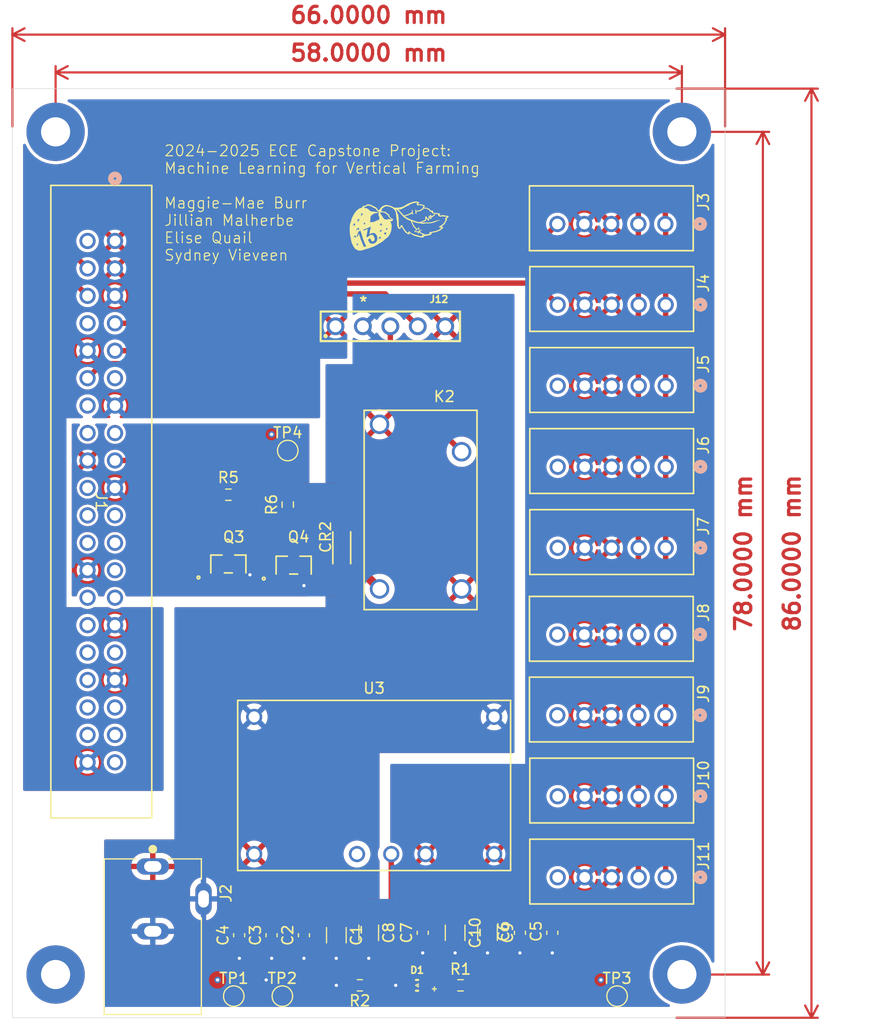
<source format=kicad_pcb>
(kicad_pcb (version 20240108) (generator "pcbnew") (generator_version "8.0")
  (layers (0 "F.Cu" signal) (31 "B.Cu" signal) (34 "B.Paste" user) (35 "F.Paste" user) (36 "B.SilkS" user "B.Silkscreen") (37 "F.SilkS" user "F.Silkscreen") (38 "B.Mask" user) (39 "F.Mask" user) (44 "Edge.Cuts" user))
  (net 0 "")
  (net 1 "GND")
  (net 2 "+12V")
  (net 3 "+5V")
  (net 27 "GPIO14")
  (net 28 "GPIO15")
  (net 34 "Net-(D1-Pad2)")
  (net 35 "SCL")
  (net 36 "GPIO17")
  (net 37 "SDA")
  (net 38 "Net-(U3-VOADJUST)")
  (net 39 "valve_input")
  (net 41 "GPIO24")
  (net 42 "Net-(Q4-D)")
  (net 43 "Net-(Q3-D)")
  (net 44 "+3.3V")
  (net 45 "GPIO12")
  (footprint "Capacitor_SMD:C_1206_3216Metric" (layer "F.Cu") (at 160 131.6375 -90)
    (property "Reference" "C9" (at 0 -1.85 -90) (layer "F.SilkS"))
    (property "Value" "100u")
    (pad "1" smd roundrect (at -1.475 0 270) (size 1.15 1.8) (layers "F.Cu" "F.Paste" "F.Mask") (roundrect_rratio 0.217391) (net 3 "+5V"))
    (pad "2" smd roundrect (at 1.475 0 270) (size 1.15 1.8) (layers "F.Cu" "F.Paste" "F.Mask") (roundrect_rratio 0.217391) (net 1 "GND"))
  )
  (footprint "lysimeter_footprints:SOT23_PAN-L" (layer "F.Cu") (at 142.0475 97.6056)
    (property "Reference" "Q4" (at 0.4525 -2.6056 0) (layer "F.SilkS"))
    (property "Value" "2N7002E")
    (pad "1" smd rect (at -0.9525 0.8944) (size 0.508 1.016) (layers "F.Cu" "F.Paste" "F.Mask") (net 43 "Net-(Q3-D)"))
    (pad "2" smd rect (at 0.9525 0.8944) (size 0.508 1.016) (layers "F.Cu" "F.Paste" "F.Mask") (net 1 "GND"))
    (pad "3" smd rect (at 0 -0.79645) (size 0.508 1.016) (layers "F.Cu" "F.Paste" "F.Mask") (net 42 "Net-(Q4-D)"))
  )
  (footprint "Capacitor_SMD:C_0603_1608Metric_Pad1.08x0.95mm_HandSolder" (layer "F.Cu") (at 163 131.6375 -90)
    (property "Reference" "C6" (at -0.1375 1.5 90) (layer "F.SilkS"))
    (property "Value" "22u")
    (pad "1" smd roundrect (at -0.8625 0 270) (size 1.075 0.95) (layers "F.Cu" "F.Paste" "F.Mask") (net 3 "+5V"))
    (pad "2" smd roundrect (at 0.8625 0 270) (size 1.075 0.95) (layers "F.Cu" "F.Paste" "F.Mask") (net 1 "GND"))
  )
  (footprint "Capacitor_SMD:C_0603_1608Metric_Pad1.08x0.95mm_HandSolder" (layer "F.Cu") (at 154 131.6375 -90)
    (property "Reference" "C7" (at 0 1.5 90) (layer "F.SilkS"))
    (property "Value" "4.7u")
    (pad "1" smd roundrect (at -0.8625 0 270) (size 1.075 0.95) (layers "F.Cu" "F.Paste" "F.Mask") (net 3 "+5V"))
    (pad "2" smd roundrect (at 0.8625 0 270) (size 1.075 0.95) (layers "F.Cu" "F.Paste" "F.Mask") (net 1 "GND"))
  )
  (footprint "TestPoint:TestPoint_Pad_D1.5mm" (layer "F.Cu") (at 141.5 87)
    (property "Reference" "TP4" (at 0 -1.648 0) (layer "F.SilkS"))
    (property "Value" "TestPoint")
    (pad "1" smd circle (at 0 0) (size 1.5 1.5) (layers "F.Cu" "F.Mask") (net 44 "+3.3V"))
  )
  (footprint "lysimeter_footprints:EUW7-buck" (layer "F.Cu") (at 149.5 118 90)
    (property "Reference" "U3" (at 9 0 0) (layer "F.SilkS"))
    (property "Value" "PTN78060WAH")
    (pad "1" thru_hole circle (at 6.35 -11.1125 90) (size 1.5 1.5) (drill 1.02) (layers "*.Cu" "*.Mask") (net 1 "GND"))
    (pad "2" thru_hole circle (at -6.35 -11.1125 90) (size 1.5 1.5) (drill 1.02) (layers "*.Cu" "*.Mask") (net 2 "+12V"))
    (pad "3" thru_hole circle (at -6.35 -1.5875 90) (size 1.5 1.5) (drill 1.02) (layers "*.Cu" "*.Mask"))
    (pad "4" thru_hole circle (at -6.35 1.5875 90) (size 1.5 1.5) (drill 1.02) (layers "*.Cu" "*.Mask") (net 38 "Net-(U3-VOADJUST)"))
    (pad "5" thru_hole circle (at -6.35 4.7625 90) (size 1.5 1.5) (drill 1.02) (layers "*.Cu" "*.Mask") (net 3 "+5V"))
    (pad "6" thru_hole circle (at -6.35 11.1125 90) (size 1.5 1.5) (drill 1.02) (layers "*.Cu" "*.Mask") (net 3 "+5V"))
    (pad "7" thru_hole circle (at 6.35 11.1125 90) (size 1.5 1.5) (drill 1.02) (layers "*.Cu" "*.Mask") (net 1 "GND"))
  )
  (footprint "Capacitor_SMD:C_0603_1608Metric_Pad1.08x0.95mm_HandSolder" (layer "F.Cu") (at 166 131.6375 -90)
    (property "Reference" "C5" (at -0.1375 1.5 90) (layer "F.SilkS"))
    (property "Value" "10u")
    (pad "1" smd roundrect (at -0.8625 0 270) (size 1.075 0.95) (layers "F.Cu" "F.Paste" "F.Mask") (net 3 "+5V"))
    (pad "2" smd roundrect (at 0.8625 0 270) (size 1.075 0.95) (layers "F.Cu" "F.Paste" "F.Mask") (net 1 "GND"))
  )
  (footprint "lysimeter_footprints:CUI_PJ-102BH" (layer "F.Cu") (at 129 132 -90)
    (property "Reference" "J2" (at -4.022395 -6.777435 -90) (layer "F.SilkS") (effects (font (size 1.001835 1.001835))))
    (property "Value" "PJ-102BH")
    (pad "1" thru_hole oval (at -6.5 0 270) (size 1.508 3.016) (drill oval 1 1.6) (layers "*.Cu" "*.Mask") (net 2 "+12V"))
    (pad "2" thru_hole oval (at -0.5 0 270) (size 1.508 3.016) (drill oval 1 1.6) (layers "*.Cu" "*.Mask") (net 1 "GND"))
    (pad "3" thru_hole oval (at -3.5 -4.7 270) (size 3.016 1.508) (drill oval 1.6 1) (layers "*.Cu" "*.Mask") (net 1 "GND"))
  )
  (footprint "Capacitor_SMD:C_0603_1608Metric_Pad1.08x0.95mm_HandSolder" (layer "F.Cu") (at 143 131.8625 -90)
    (property "Reference" "C2" (at 0 1.5 90) (layer "F.SilkS"))
    (property "Value" "10u")
    (pad "1" smd roundrect (at -0.8625 0 270) (size 1.075 0.95) (layers "F.Cu" "F.Paste" "F.Mask") (net 2 "+12V"))
    (pad "2" smd roundrect (at 0.8625 0 270) (size 1.075 0.95) (layers "F.Cu" "F.Paste" "F.Mask") (net 1 "GND"))
  )
  (footprint "lysimeter_footprints:CONN_B5B-XH-A_JST" (layer "F.Cu") (at 176.4666 66.029801)
    (property "Reference" "J3" (at 3.5334 -2.029801 90) (layer "F.SilkS"))
    (property "Value" "B5B-PH-K-S")
    (pad "1" thru_hole circle (at 0 0) (size 1.4986 1.4986) (drill 0.9906) (layers "*.Cu" "*.Mask") (net 35 "SCL"))
    (pad "2" thru_hole circle (at -2.5 0) (size 1.4986 1.4986) (drill 0.9906) (layers "*.Cu" "*.Mask") (net 37 "SDA"))
    (pad "3" thru_hole circle (at -5 0) (size 1.4986 1.4986) (drill 0.9906) (layers "*.Cu" "*.Mask") (net 3 "+5V"))
    (pad "4" thru_hole circle (at -7.5 0) (size 1.4986 1.4986) (drill 0.9906) (layers "*.Cu" "*.Mask") (net 1 "GND"))
    (pad "5" thru_hole circle (at -10 0) (size 1.4986 1.4986) (drill 0.9906) (layers "*.Cu" "*.Mask") (net 27 "GPIO14"))
  )
  (footprint "lysimeter_footprints:CONN40_SBH11-PBPC-D20-ST-BK_SUL" (layer "F.Cu") (at 125.5 67.6 -90)
    (property "Reference" "J1" (at 24.13 1.27 -90) (layer "F.SilkS"))
    (property "Value" "SBH11-PBPC-D20-ST-BK")
    (pad "1" thru_hole circle (at 0 0 270) (size 1.4986 1.4986) (drill 0.9906) (layers "*.Cu" "*.Mask") (net 3 "+5V"))
    (pad "2" thru_hole circle (at 0 2.54 270) (size 1.4986 1.4986) (drill 0.9906) (layers "*.Cu" "*.Mask"))
    (pad "3" thru_hole circle (at 2.54 0 270) (size 1.4986 1.4986) (drill 0.9906) (layers "*.Cu" "*.Mask") (net 3 "+5V"))
    (pad "4" thru_hole circle (at 2.54 2.54 270) (size 1.4986 1.4986) (drill 0.9906) (layers "*.Cu" "*.Mask") (net 37 "SDA"))
    (pad "5" thru_hole circle (at 5.08 0 270) (size 1.4986 1.4986) (drill 0.9906) (layers "*.Cu" "*.Mask") (net 1 "GND"))
    (pad "6" thru_hole circle (at 5.08 2.54 270) (size 1.4986 1.4986) (drill 0.9906) (layers "*.Cu" "*.Mask") (net 35 "SCL"))
    (pad "7" thru_hole circle (at 7.62 0 270) (size 1.4986 1.4986) (drill 0.9906) (layers "*.Cu" "*.Mask") (net 27 "GPIO14"))
    (pad "8" thru_hole circle (at 7.62 2.54 270) (size 1.4986 1.4986) (drill 0.9906) (layers "*.Cu" "*.Mask"))
    (pad "9" thru_hole circle (at 10.16 0 270) (size 1.4986 1.4986) (drill 0.9906) (layers "*.Cu" "*.Mask") (net 28 "GPIO15"))
    (pad "10" thru_hole circle (at 10.16 2.54 270) (size 1.4986 1.4986) (drill 0.9906) (layers "*.Cu" "*.Mask") (net 1 "GND"))
    (pad "11" thru_hole circle (at 12.7 0 270) (size 1.4986 1.4986) (drill 0.9906) (layers "*.Cu" "*.Mask"))
    (pad "12" thru_hole circle (at 12.7 2.54 270) (size 1.4986 1.4986) (drill 0.9906) (layers "*.Cu" "*.Mask") (net 36 "GPIO17"))
    (pad "13" thru_hole circle (at 15.24 0 270) (size 1.4986 1.4986) (drill 0.9906) (layers "*.Cu" "*.Mask") (net 1 "GND"))
    (pad "14" thru_hole circle (at 15.24 2.54 270) (size 1.4986 1.4986) (drill 0.9906) (layers "*.Cu" "*.Mask"))
    (pad "15" thru_hole circle (at 17.78 0 270) (size 1.4986 1.4986) (drill 0.9906) (layers "*.Cu" "*.Mask"))
    (pad "16" thru_hole circle (at 17.78 2.54 270) (size 1.4986 1.4986) (drill 0.9906) (layers "*.Cu" "*.Mask"))
    (pad "17" thru_hole circle (at 20.32 0 270) (size 1.4986 1.4986) (drill 0.9906) (layers "*.Cu" "*.Mask") (net 41 "GPIO24"))
    (pad "18" thru_hole circle (at 20.32 2.54 270) (size 1.4986 1.4986) (drill 0.9906) (layers "*.Cu" "*.Mask") (net 44 "+3.3V"))
    (pad "19" thru_hole circle (at 22.86 0 270) (size 1.4986 1.4986) (drill 0.9906) (layers "*.Cu" "*.Mask") (net 1 "GND"))
    (pad "20" thru_hole circle (at 22.86 2.54 270) (size 1.4986 1.4986) (drill 0.9906) (layers "*.Cu" "*.Mask"))
    (pad "21" thru_hole circle (at 25.4 0 270) (size 1.4986 1.4986) (drill 0.9906) (layers "*.Cu" "*.Mask"))
    (pad "22" thru_hole circle (at 25.4 2.54 270) (size 1.4986 1.4986) (drill 0.9906) (layers "*.Cu" "*.Mask"))
    (pad "23" thru_hole circle (at 27.94 0 270) (size 1.4986 1.4986) (drill 0.9906) (layers "*.Cu" "*.Mask"))
    (pad "24" thru_hole circle (at 27.94 2.54 270) (size 1.4986 1.4986) (drill 0.9906) (layers "*.Cu" "*.Mask"))
    (pad "25" thru_hole circle (at 30.48 0 270) (size 1.4986 1.4986) (drill 0.9906) (layers "*.Cu" "*.Mask"))
    (pad "26" thru_hole circle (at 30.48 2.54 270) (size 1.4986 1.4986) (drill 0.9906) (layers "*.Cu" "*.Mask") (net 1 "GND"))
    (pad "27" thru_hole circle (at 33.02 0 270) (size 1.4986 1.4986) (drill 0.9906) (layers "*.Cu" "*.Mask"))
    (pad "28" thru_hole circle (at 33.02 2.54 270) (size 1.4986 1.4986) (drill 0.9906) (layers "*.Cu" "*.Mask"))
    (pad "29" thru_hole circle (at 35.56 0 270) (size 1.4986 1.4986) (drill 0.9906) (layers "*.Cu" "*.Mask") (net 1 "GND"))
    (pad "30" thru_hole circle (at 35.56 2.54 270) (size 1.4986 1.4986) (drill 0.9906) (layers "*.Cu" "*.Mask"))
    (pad "31" thru_hole circle (at 38.1 0 270) (size 1.4986 1.4986) (drill 0.9906) (layers "*.Cu" "*.Mask"))
    (pad "32" thru_hole circle (at 38.1 2.54 270) (size 1.4986 1.4986) (drill 0.9906) (layers "*.Cu" "*.Mask"))
    (pad "33" thru_hole circle (at 40.64 0 270) (size 1.4986 1.4986) (drill 0.9906) (layers "*.Cu" "*.Mask") (net 1 "GND"))
    (pad "34" thru_hole circle (at 40.64 2.54 270) (size 1.4986 1.4986) (drill 0.9906) (layers "*.Cu" "*.Mask"))
    (pad "35" thru_hole circle (at 43.18 0 270) (size 1.4986 1.4986) (drill 0.9906) (layers "*.Cu" "*.Mask"))
    (pad "36" thru_hole circle (at 43.18 2.54 270) (size 1.4986 1.4986) (drill 0.9906) (layers "*.Cu" "*.Mask"))
    (pad "37" thru_hole circle (at 45.72 0 270) (size 1.4986 1.4986) (drill 0.9906) (layers "*.Cu" "*.Mask"))
    (pad "38" thru_hole circle (at 45.72 2.54 270) (size 1.4986 1.4986) (drill 0.9906) (layers "*.Cu" "*.Mask"))
    (pad "39" thru_hole circle (at 48.26 0 270) (size 1.4986 1.4986) (drill 0.9906) (layers "*.Cu" "*.Mask"))
    (pad "40" thru_hole circle (at 48.26 2.54 270) (size 1.4986 1.4986) (drill 0.9906) (layers "*.Cu" "*.Mask") (net 1 "GND"))
  )
  (footprint "MountingHole:MountingHole_2.7mm_Pad" (layer "F.Cu") (at 178 135.5)
    (property "Reference" "H4" (hide yes))
    (property "Value" "MountingHole")
    (pad "1" thru_hole circle (at 0 0) (size 5.4 5.4) (drill 2.7) (layers "*.Cu" "*.Mask"))
  )
  (footprint "lysimeter_footprints:CONN_B5B-XH-A_JST" (layer "F.Cu") (at 176.5 126.5)
    (property "Reference" "J11" (at 3.5 -2 90) (layer "F.SilkS"))
    (property "Value" "B5B-PH-K-S")
    (pad "1" thru_hole circle (at 0 0) (size 1.4986 1.4986) (drill 0.9906) (layers "*.Cu" "*.Mask") (net 35 "SCL"))
    (pad "2" thru_hole circle (at -2.5 0) (size 1.4986 1.4986) (drill 0.9906) (layers "*.Cu" "*.Mask") (net 37 "SDA"))
    (pad "3" thru_hole circle (at -5 0) (size 1.4986 1.4986) (drill 0.9906) (layers "*.Cu" "*.Mask") (net 3 "+5V"))
    (pad "4" thru_hole circle (at -7.5 0) (size 1.4986 1.4986) (drill 0.9906) (layers "*.Cu" "*.Mask") (net 1 "GND"))
    (pad "5" thru_hole circle (at -10 0) (size 1.4986 1.4986) (drill 0.9906) (layers "*.Cu" "*.Mask"))
  )
  (footprint "lysimeter_footprints:RELAY4_112HM-000_TEC" (layer "F.Cu") (at 157.6 100.430001)
    (property "Reference" "K2" (at -1.6 -18.430001 0) (layer "F.SilkS"))
    (property "Value" "OJE-SH-112HM_000")
    (fp_text user "*" (at -9.1 -27.166668 0) (layer "F.SilkS"))
    (fp_text user "*" (at -9.1 -27.166668 0) (layer "F.SilkS"))
    (pad "1" thru_hole circle (at -7.6 -15.860003) (size 1.8034 1.8034) (drill 1.2954) (layers "*.Cu" "*.Mask") (net 2 "+12V"))
    (pad "2" thru_hole circle (at -7.6 -0.620003) (size 1.8034 1.8034) (drill 1.2954) (layers "*.Cu" "*.Mask") (net 42 "Net-(Q4-D)"))
    (pad "3" thru_hole circle (at 0 -0.620003) (size 1.8034 1.8034) (drill 1.2954) (layers "*.Cu" "*.Mask") (net 2 "+12V"))
    (pad "4" thru_hole circle (at 0 -13.320003) (size 1.8034 1.8034) (drill 1.2954) (layers "*.Cu" "*.Mask") (net 39 "valve_input"))
  )
  (footprint "Capacitor_SMD:C_1206_3216Metric" (layer "F.Cu") (at 149 131.6375 -90)
    (property "Reference" "C8" (at 0 -1.85 -90) (layer "F.SilkS"))
    (property "Value" "100u")
    (pad "1" smd roundrect (at -1.475 0 270) (size 1.15 1.8) (layers "F.Cu" "F.Paste" "F.Mask") (roundrect_rratio 0.217391) (net 2 "+12V"))
    (pad "2" smd roundrect (at 1.475 0 270) (size 1.15 1.8) (layers "F.Cu" "F.Paste" "F.Mask") (roundrect_rratio 0.217391) (net 1 "GND"))
  )
  (footprint "lysimeter_footprints:CONN_B5B-XH-A_JST" (layer "F.Cu") (at 176.4666 111.5)
    (property "Reference" "J9" (at 3.5334 -2 90) (layer "F.SilkS"))
    (property "Value" "B5B-PH-K-S")
    (pad "1" thru_hole circle (at 0 0) (size 1.4986 1.4986) (drill 0.9906) (layers "*.Cu" "*.Mask") (net 35 "SCL"))
    (pad "2" thru_hole circle (at -2.5 0) (size 1.4986 1.4986) (drill 0.9906) (layers "*.Cu" "*.Mask") (net 37 "SDA"))
    (pad "3" thru_hole circle (at -5 0) (size 1.4986 1.4986) (drill 0.9906) (layers "*.Cu" "*.Mask") (net 3 "+5V"))
    (pad "4" thru_hole circle (at -7.5 0) (size 1.4986 1.4986) (drill 0.9906) (layers "*.Cu" "*.Mask") (net 1 "GND"))
    (pad "5" thru_hole circle (at -10 0) (size 1.4986 1.4986) (drill 0.9906) (layers "*.Cu" "*.Mask") (net 45 "GPIO12"))
  )
  (footprint "MountingHole:MountingHole_2.7mm_Pad" (layer "F.Cu") (at 120 57.5)
    (property "Reference" "H1" (hide yes))
    (property "Value" "MountingHole")
    (pad "1" thru_hole circle (at 0 0) (size 5.4 5.4) (drill 2.7) (layers "*.Cu" "*.Mask"))
  )
  (footprint "lysimeter_footprints:CONN_B5B-XH-A_JST" (layer "F.Cu") (at 176.5 96)
    (property "Reference" "J7" (at 3.5 -2 90) (layer "F.SilkS"))
    (property "Value" "B5B-PH-K-S")
    (pad "1" thru_hole circle (at 0 0) (size 1.4986 1.4986) (drill 0.9906) (layers "*.Cu" "*.Mask") (net 35 "SCL"))
    (pad "2" thru_hole circle (at -2.5 0) (size 1.4986 1.4986) (drill 0.9906) (layers "*.Cu" "*.Mask") (net 37 "SDA"))
    (pad "3" thru_hole circle (at -5 0) (size 1.4986 1.4986) (drill 0.9906) (layers "*.Cu" "*.Mask") (net 3 "+5V"))
    (pad "4" thru_hole circle (at -7.5 0) (size 1.4986 1.4986) (drill 0.9906) (layers "*.Cu" "*.Mask") (net 1 "GND"))
    (pad "5" thru_hole circle (at -10 0) (size 1.4986 1.4986) (drill 0.9906) (layers "*.Cu" "*.Mask"))
  )
  (footprint "Capacitor_SMD:C_1206_3216Metric" (layer "F.Cu") (at 146 131.8625 -90)
    (property "Reference" "C1" (at 0 -1.85 -90) (layer "F.SilkS"))
    (property "Value" "100u")
    (pad "1" smd roundrect (at -1.475 0 270) (size 1.15 1.8) (layers "F.Cu" "F.Paste" "F.Mask") (roundrect_rratio 0.217391) (net 2 "+12V"))
    (pad "2" smd roundrect (at 1.475 0 270) (size 1.15 1.8) (layers "F.Cu" "F.Paste" "F.Mask") (roundrect_rratio 0.217391) (net 1 "GND"))
  )
  (footprint "MountingHole:MountingHole_2.7mm_Pad" (layer "F.Cu") (at 120 135.5)
    (property "Reference" "H3" (hide yes))
    (property "Value" "MountingHole")
    (pad "1" thru_hole circle (at 0 0) (size 5.4 5.4) (drill 2.7) (layers "*.Cu" "*.Mask"))
  )
  (footprint "lysimeter_footprints:CONN_B5B-XH-A_JST" (layer "F.Cu") (at 176.5 73.5)
    (property "Reference" "J4" (at 3.5 -2 90) (layer "F.SilkS"))
    (property "Value" "B5B-PH-K-S")
    (pad "1" thru_hole circle (at 0 0) (size 1.4986 1.4986) (drill 0.9906) (layers "*.Cu" "*.Mask") (net 35 "SCL"))
    (pad "2" thru_hole circle (at -2.5 0) (size 1.4986 1.4986) (drill 0.9906) (layers "*.Cu" "*.Mask") (net 37 "SDA"))
    (pad "3" thru_hole circle (at -5 0) (size 1.4986 1.4986) (drill 0.9906) (layers "*.Cu" "*.Mask") (net 3 "+5V"))
    (pad "4" thru_hole circle (at -7.5 0) (size 1.4986 1.4986) (drill 0.9906) (layers "*.Cu" "*.Mask") (net 1 "GND"))
    (pad "5" thru_hole circle (at -10 0) (size 1.4986 1.4986) (drill 0.9906) (layers "*.Cu" "*.Mask") (net 28 "GPIO15"))
  )
  (footprint "MountingHole:MountingHole_2.7mm_Pad" (layer "F.Cu") (at 178 57.5)
    (property "Reference" "H2" (hide yes))
    (property "Value" "MountingHole")
    (pad "1" thru_hole circle (at 0 0) (size 5.4 5.4) (drill 2.7) (layers "*.Cu" "*.Mask"))
  )
  (footprint "Capacitor_SMD:C_1206_3216Metric" (layer "F.Cu") (at 157 131.6375 -90)
    (property "Reference" "C10" (at 0 -1.85 -90) (layer "F.SilkS"))
    (property "Value" "100u")
    (pad "1" smd roundrect (at -1.475 0 270) (size 1.15 1.8) (layers "F.Cu" "F.Paste" "F.Mask") (roundrect_rratio 0.217391) (net 3 "+5V"))
    (pad "2" smd roundrect (at 1.475 0 270) (size 1.15 1.8) (layers "F.Cu" "F.Paste" "F.Mask") (roundrect_rratio 0.217391) (net 1 "GND"))
  )
  (footprint "lysimeter_footprints:CONN_B5B-XH-A_JST" (layer "F.Cu") (at 176.5 88.5)
    (property "Reference" "J6" (at 3.5 -2 90) (layer "F.SilkS"))
    (property "Value" "B5B-PH-K-S")
    (pad "1" thru_hole circle (at 0 0) (size 1.4986 1.4986) (drill 0.9906) (layers "*.Cu" "*.Mask") (net 35 "SCL"))
    (pad "2" thru_hole circle (at -2.5 0) (size 1.4986 1.4986) (drill 0.9906) (layers "*.Cu" "*.Mask") (net 37 "SDA"))
    (pad "3" thru_hole circle (at -5 0) (size 1.4986 1.4986) (drill 0.9906) (layers "*.Cu" "*.Mask") (net 3 "+5V"))
    (pad "4" thru_hole circle (at -7.5 0) (size 1.4986 1.4986) (drill 0.9906) (layers "*.Cu" "*.Mask") (net 1 "GND"))
    (pad "5" thru_hole circle (at -10 0) (size 1.4986 1.4986) (drill 0.9906) (layers "*.Cu" "*.Mask"))
  )
  (footprint "lysimeter_footprints:DIODE_MSP3V3-L" (layer "F.Cu") (at 146.5 96 -90)
    (property "Reference" "CR2" (at -1 1.5 90) (layer "F.SilkS"))
    (property "Value" "MSS2P3-M3/89A")
    (pad "1" smd rect (at -0.7747 0 270) (size 1.4478 0.8382) (layers "F.Cu" "F.Paste" "F.Mask") (net 2 "+12V"))
    (pad "2" smd rect (at 1.0414 0 270) (size 0.9144 0.7112) (layers "F.Cu" "F.Paste" "F.Mask") (net 42 "Net-(Q4-D)"))
    (zone (net 0) (net_name "") (layer "F.Cu") (connect_pads (clearance 0)) (min_thickness 0.254)
      (keepout (tracks not_allowed) (vias not_allowed) (pads allowed) (copperpour not_allowed) (footprints allowed))
      (fill (thermal_gap 0.508) (thermal_bridge_width 0.508))
      (polygon (pts (xy 147.1477 96) (xy 147.1477 96.5334) (xy 145.8523 96.5334) (xy 145.8523 96)))
    )
  )
  (footprint "lysimeter_footprints:CONN_B5B-XH-A_JST" (layer "F.Cu") (at 176.4666 104.029801)
    (property "Reference" "J8" (at 3.5334 -2.029801 90) (layer "F.SilkS"))
    (property "Value" "B5B-PH-K-S")
    (pad "1" thru_hole circle (at 0 0) (size 1.4986 1.4986) (drill 0.9906) (layers "*.Cu" "*.Mask") (net 35 "SCL"))
    (pad "2" thru_hole circle (at -2.5 0) (size 1.4986 1.4986) (drill 0.9906) (layers "*.Cu" "*.Mask") (net 37 "SDA"))
    (pad "3" thru_hole circle (at -5 0) (size 1.4986 1.4986) (drill 0.9906) (layers "*.Cu" "*.Mask") (net 3 "+5V"))
    (pad "4" thru_hole circle (at -7.5 0) (size 1.4986 1.4986) (drill 0.9906) (layers "*.Cu" "*.Mask") (net 1 "GND"))
    (pad "5" thru_hole circle (at -10 0) (size 1.4986 1.4986) (drill 0.9906) (layers "*.Cu" "*.Mask"))
  )
  (footprint "Resistor_SMD:R_0603_1608Metric_Pad0.98x0.95mm_HandSolder" (layer "F.Cu") (at 141.5 92 -90)
    (property "Reference" "R6" (at 0 1.5 -90) (layer "F.SilkS"))
    (property "Value" "10k")
    (pad "1" smd roundrect (at -0.9125 0 270) (size 0.975 0.95) (layers "F.Cu" "F.Paste" "F.Mask") (net 44 "+3.3V"))
    (pad "2" smd roundrect (at 0.9125 0 270) (size 0.975 0.95) (layers "F.Cu" "F.Paste" "F.Mask") (net 43 "Net-(Q3-D)"))
  )
  (footprint "lysimeter_footprints:61300511121-5pin" (layer "F.Cu") (at 151 75.5)
    (property "Reference" "J12" (at 4.5 -2.5 0) (layer "F.SilkS") (effects (font (size 0.64 0.64))))
    (property "Value" "61300511121")
    (pad "1" thru_hole circle (at -5.08 0) (size 1.65 1.65) (drill 1.1) (layers "*.Cu" "*.Mask") (net 3 "+5V"))
    (pad "2" thru_hole circle (at -2.54 0) (size 1.65 1.65) (drill 1.1) (layers "*.Cu" "*.Mask") (net 1 "GND"))
    (pad "3" thru_hole circle (at 0 0) (size 1.65 1.65) (drill 1.1) (layers "*.Cu" "*.Mask") (net 39 "valve_input"))
    (pad "4" thru_hole circle (at 2.54 0) (size 1.65 1.65) (drill 1.1) (layers "*.Cu" "*.Mask") (net 36 "GPIO17"))
    (pad "5" thru_hole circle (at 5.08 0) (size 1.65 1.65) (drill 1.1) (layers "*.Cu" "*.Mask") (net 2 "+12V"))
  )
  (footprint "lysimeter_footprints:straw3" (layer "F.Cu") (at 157.511022 70.818888)
    (property "Reference" "G***" (hide yes))
    (property "Value" "LOGO" (hide yes))
  )
  (footprint "lysimeter_footprints:CONN_B5B-XH-A_JST" (layer "F.Cu") (at 176.5 119)
    (property "Reference" "J10" (at 3.5 -2 90) (layer "F.SilkS"))
    (property "Value" "B5B-PH-K-S")
    (pad "1" thru_hole circle (at 0 0) (size 1.4986 1.4986) (drill 0.9906) (layers "*.Cu" "*.Mask") (net 35 "SCL"))
    (pad "2" thru_hole circle (at -2.5 0) (size 1.4986 1.4986) (drill 0.9906) (layers "*.Cu" "*.Mask") (net 37 "SDA"))
    (pad "3" thru_hole circle (at -5 0) (size 1.4986 1.4986) (drill 0.9906) (layers "*.Cu" "*.Mask") (net 3 "+5V"))
    (pad "4" thru_hole circle (at -7.5 0) (size 1.4986 1.4986) (drill 0.9906) (layers "*.Cu" "*.Mask") (net 1 "GND"))
    (pad "5" thru_hole circle (at -10 0) (size 1.4986 1.4986) (drill 0.9906) (layers "*.Cu" "*.Mask"))
  )
  (footprint "TestPoint:TestPoint_Pad_D1.5mm" (layer "F.Cu") (at 141 137.5)
    (property "Reference" "TP2" (at 0 -1.648 0) (layer "F.SilkS"))
    (property "Value" "TestPoint")
    (pad "1" smd circle (at 0 0) (size 1.5 1.5) (layers "F.Cu" "F.Mask") (net 1 "GND"))
  )
  (footprint "lysimeter_footprints:CONN_B5B-XH-A_JST" (layer "F.Cu") (at 176.5 81)
    (property "Reference" "J5" (at 3.5 -2 90) (layer "F.SilkS"))
    (property "Value" "B5B-PH-K-S")
    (pad "1" thru_hole circle (at 0 0) (size 1.4986 1.4986) (drill 0.9906) (layers "*.Cu" "*.Mask") (net 35 "SCL"))
    (pad "2" thru_hole circle (at -2.5 0) (size 1.4986 1.4986) (drill 0.9906) (layers "*.Cu" "*.Mask") (net 37 "SDA"))
    (pad "3" thru_hole circle (at -5 0) (size 1.4986 1.4986) (drill 0.9906) (layers "*.Cu" "*.Mask") (net 3 "+5V"))
    (pad "4" thru_hole circle (at -7.5 0) (size 1.4986 1.4986) (drill 0.9906) (layers "*.Cu" "*.Mask") (net 1 "GND"))
    (pad "5" thru_hole circle (at -10 0) (size 1.4986 1.4986) (drill 0.9906) (layers "*.Cu" "*.Mask"))
  )
  (footprint "Resistor_SMD:R_0603_1608Metric_Pad0.98x0.95mm_HandSolder" (layer "F.Cu") (at 157.5 136.5 180)
    (property "Reference" "R1" (at 0 1.5 0) (layer "F.SilkS"))
    (property "Value" "200")
    (pad "1" smd roundrect (at -0.9125 0 180) (size 0.975 0.95) (layers "F.Cu" "F.Paste" "F.Mask") (net 3 "+5V"))
    (pad "2" smd roundrect (at 0.9125 0 180) (size 0.975 0.95) (layers "F.Cu" "F.Paste" "F.Mask") (net 34 "Net-(D1-Pad2)"))
  )
  (footprint "Resistor_SMD:R_0603_1608Metric" (layer "F.Cu") (at 148.175 136.5 180)
    (property "Reference" "R2" (at 0 -1.43 180) (layer "F.SilkS"))
    (property "Value" "21k")
    (pad "1" smd roundrect (at -0.825 0 180) (size 0.8 0.95) (layers "F.Cu" "F.Paste" "F.Mask") (net 38 "Net-(U3-VOADJUST)"))
    (pad "2" smd roundrect (at 0.825 0 180) (size 0.8 0.95) (layers "F.Cu" "F.Paste" "F.Mask") (net 1 "GND"))
  )
  (footprint "Resistor_SMD:R_0603_1608Metric_Pad0.98x0.95mm_HandSolder" (layer "F.Cu") (at 136 91.0875 180)
    (property "Reference" "R5" (at 0 1.5875 0) (layer "F.SilkS"))
    (property "Value" "10k")
    (pad "1" smd roundrect (at -0.9125 0 180) (size 0.975 0.95) (layers "F.Cu" "F.Paste" "F.Mask") (net 44 "+3.3V"))
    (pad "2" smd roundrect (at 0.9125 0 180) (size 0.975 0.95) (layers "F.Cu" "F.Paste" "F.Mask") (net 41 "GPIO24"))
  )
  (footprint "lysimeter_footprints:SOT23_PAN-L" (layer "F.Cu") (at 136 97.5)
    (property "Reference" "Q3" (at 0.5 -2.5 0) (layer "F.SilkS"))
    (property "Value" "2N7002E")
    (pad "1" smd rect (at -0.9525 0.8944) (size 0.508 1.016) (layers "F.Cu" "F.Paste" "F.Mask") (net 41 "GPIO24"))
    (pad "2" smd rect (at 0.9525 0.8944) (size 0.508 1.016) (layers "F.Cu" "F.Paste" "F.Mask") (net 1 "GND"))
    (pad "3" smd rect (at 0 -0.79645) (size 0.508 1.016) (layers "F.Cu" "F.Paste" "F.Mask") (net 43 "Net-(Q3-D)"))
  )
  (footprint "Capacitor_SMD:C_0603_1608Metric_Pad1.08x0.95mm_HandSolder" (layer "F.Cu") (at 137 131.8625 -90)
    (property "Reference" "C4" (at 0 1.5 90) (layer "F.SilkS"))
    (property "Value" "2.2u")
    (pad "1" smd roundrect (at -0.8625 0 270) (size 1.075 0.95) (layers "F.Cu" "F.Paste" "F.Mask") (net 2 "+12V"))
    (pad "2" smd roundrect (at 0.8625 0 270) (size 1.075 0.95) (layers "F.Cu" "F.Paste" "F.Mask") (net 1 "GND"))
  )
  (footprint "Capacitor_SMD:C_0603_1608Metric_Pad1.08x0.95mm_HandSolder" (layer "F.Cu") (at 140 131.8625 -90)
    (property "Reference" "C3" (at 0 1.5 90) (layer "F.SilkS"))
    (property "Value" "4.7u")
    (pad "1" smd roundrect (at -0.8625 0 270) (size 1.075 0.95) (layers "F.Cu" "F.Paste" "F.Mask") (net 2 "+12V"))
    (pad "2" smd roundrect (at 0.8625 0 270) (size 1.075 0.95) (layers "F.Cu" "F.Paste" "F.Mask") (net 1 "GND"))
  )
  (footprint "lysimeter_footprints:WL-SMCW_0603-led" (layer "F.Cu") (at 153.475 136.5)
    (property "Reference" "D1" (at 0 -1.4064 0) (layer "F.SilkS") (effects (font (size 0.64 0.64))))
    (property "Value" "WL-SMCW_0603")
    (fp_text user "+" (at 1.6 0.3 0) (layer "F.SilkS") (effects (font (size 0.48 0.48))))
    (pad "1" smd rect (at -0.8 0) (size 0.8 0.8) (layers "F.Cu" "F.Paste" "F.Mask") (net 1 "GND"))
    (pad "2" smd rect (at 0.8 0) (size 0.8 0.8) (layers "F.Cu" "F.Paste" "F.Mask") (net 34 "Net-(D1-Pad2)"))
  )
  (footprint "TestPoint:TestPoint_Pad_D1.5mm" (layer "F.Cu") (at 172 137.5)
    (property "Reference" "TP3" (at 0 -1.648 0) (layer "F.SilkS"))
    (property "Value" "TestPoint")
    (pad "1" smd circle (at 0 0) (size 1.5 1.5) (layers "F.Cu" "F.Mask") (net 3 "+5V"))
  )
  (footprint "TestPoint:TestPoint_Pad_D1.5mm" (layer "F.Cu") (at 136.5 137.5)
    (property "Reference" "TP1" (at 0 -1.648 0) (layer "F.SilkS"))
    (property "Value" "TestPoint")
    (pad "1" smd circle (at 0 0) (size 1.5 1.5) (layers "F.Cu" "F.Mask") (net 2 "+12V"))
  )
  (gr_rect (start 116 53.5) (end 182 139.5) (stroke (width 0.05)) (fill none) (layer "Edge.Cuts"))
  (gr_text "2024-2025 ECE Capstone Project:\nMachine Learning for Vertical Farming\n\nMaggie-Mae Burr\nJillian Malherbe\nElise Quail\nSydney Vieveen" (at 130 69.5 0) (layer "F.SilkS") (effects (font (size 1 1) (thickness 0.1)) (justify left bottom)))
  (dimension (type aligned) (layer "F.Cu") (pts (xy 120 59) (xy 178 59)) (height -7) (gr_text "58.0000 mm" (at 149 50.2 0) (layer "F.Cu") (effects (font (size 1.5 1.5) (thickness 0.3)))) (format (prefix "") (suffix "") (units 3) (units_format 1) (precision 4)) (style (thickness 0.2) (arrow_length 1.27) (text_position_mode 0) (extension_height 0.58642) (extension_offset 0.5) keep_text_aligned))
  (dimension (type aligned) (layer "F.Cu") (pts (xy 176 57.5) (xy 176 135.5)) (height -9.5) (gr_text "78.0000 mm" (at 183.7 96.5 90) (layer "F.Cu") (effects (font (size 1.5 1.5) (thickness 0.3)))) (format (prefix "") (suffix "") (units 3) (units_format 1) (precision 4)) (style (thickness 0.2) (arrow_length 1.27) (text_position_mode 0) (extension_height 0.58642) (extension_offset 0.5) keep_text_aligned))
  (dimension (type aligned) (layer "F.Cu") (pts (xy 116 57.5) (xy 182 57.5)) (height -9) (gr_text "66.0000 mm" (at 149 46.7 0) (layer "F.Cu") (effects (font (size 1.5 1.5) (thickness 0.3)))) (format (prefix "") (suffix "") (units 3) (units_format 1) (precision 4)) (style (thickness 0.2) (arrow_length 1.27) (text_position_mode 0) (extension_height 0.58642) (extension_offset 0.5) keep_text_aligned))
  (dimension (type aligned) (layer "F.Cu") (pts (xy 177 53.5) (xy 177 139.5)) (height -13) (gr_text "86.0000 mm" (at 188.2 96.5 90) (layer "F.Cu") (effects (font (size 1.5 1.5) (thickness 0.3)))) (format (prefix "") (suffix "") (units 3) (units_format 1) (precision 4)) (style (thickness 0.2) (arrow_length 1.27) (text_position_mode 0) (extension_height 0.58642) (extension_offset 0.5) keep_text_aligned))
  (segment (start 147.35 136.5) (end 146 136.5) (width 0.5) (layer "F.Cu") (net 1))
  (segment (start 149 132.5) (end 149 134) (width 0.5) (layer "F.Cu") (net 1))
  (segment (start 143 132.725) (end 143 134) (width 0.5) (layer "F.Cu") (net 1))
  (segment (start 166 133.5) (end 166 132.5) (width 0.5) (layer "F.Cu") (net 1))
  (segment (start 137.8944 98.3944) (end 138 98.5) (width 0.5) (layer "F.Cu") (net 1))
  (segment (start 152.675 136.5) (end 151.5 136.5) (width 0.5) (layer "F.Cu") (net 1))
  (segment (start 154 132.5) (end 154 133.5) (width 0.5) (layer "F.Cu") (net 1))
  (segment (start 122.96 115.86) (end 122.64 115.86) (width 0.8) (layer "F.Cu") (net 1))
  (segment (start 137 132.725) (end 137 133.98) (width 0.5) (layer "F.Cu") (net 1))
  (segment (start 146 133.99) (end 145.99 134) (width 0.5) (layer "F.Cu") (net 1))
  (segment (start 160 132.5) (end 160 133.5) (width 0.5) (layer "F.Cu") (net 1))
  (segment (start 137 133.98) (end 137.02 134) (width 0.5) (layer "F.Cu") (net 1))
  (segment (start 157 132.5) (end 157 133.5) (width 0.5) (layer "F.Cu") (net 1))
  (segment (start 141 137.5) (end 139.5 136) (width 0.5) (layer "F.Cu") (net 1))
  (segment (start 143 98.5) (end 143 99.5) (width 0.5) (layer "F.Cu") (net 1))
  (segment (start 136.9525 98.3944) (end 137.8944 98.3944) (width 0.5) (layer "F.Cu") (net 1))
  (segment (start 140 133.99) (end 140.01 134) (width 0.5) (layer "F.Cu") (net 1))
  (segment (start 163 133.5) (end 163 132.5) (width 0.5) (layer "F.Cu") (net 1))
  (segment (start 140 132.725) (end 140 133.99) (width 0.5) (layer "F.Cu") (net 1))
  (segment (start 146 132.725) (end 146 133.99) (width 0.5) (layer "F.Cu") (net 1))
  (via (at 154 133.5) (size 0.6) (drill 0.3) (layers "F.Cu" "B.Cu") (net 1))
  (via (at 140.01 134) (size 0.6) (drill 0.3) (layers "F.Cu" "B.Cu") (net 1))
  (via (at 160 133.5) (size 0.6) (drill 0.3) (layers "F.Cu" "B.Cu") (net 1))
  (via (at 137.02 134) (size 0.6) (drill 0.3) (layers "F.Cu" "B.Cu") (net 1))
  (via (at 143 99.5) (size 0.6) (drill 0.3) (layers "F.Cu" "B.Cu") (net 1))
  (via (at 138 98.5) (size 0.6) (drill 0.3) (layers "F.Cu" "B.Cu") (net 1))
  (via (at 146 136.5) (size 0.6) (drill 0.3) (layers "F.Cu" "B.Cu") (net 1))
  (via (at 151.5 136.5) (size 0.6) (drill 0.3) (layers "F.Cu" "B.Cu") (net 1))
  (via (at 143 134) (size 0.6) (drill 0.3) (layers "F.Cu" "B.Cu") (net 1))
  (via (at 163 133.5) (size 0.6) (drill 0.3) (layers "F.Cu" "B.Cu") (net 1))
  (via (at 145.99 134) (size 0.6) (drill 0.3) (layers "F.Cu" "B.Cu") (net 1))
  (via (at 139.5 136) (size 0.6) (drill 0.3) (layers "F.Cu" "B.Cu") (net 1))
  (via (at 149 134) (size 0.6) (drill 0.3) (layers "F.Cu" "B.Cu") (net 1))
  (via (at 166 133.5) (size 0.6) (drill 0.3) (layers "F.Cu" "B.Cu") (net 1))
  (via (at 157 133.5) (size 0.6) (drill 0.3) (layers "F.Cu" "B.Cu") (net 1))
  (segment (start 136.5 137.5) (end 135 136) (width 0.5) (layer "F.Cu") (net 2))
  (via (at 135 136) (size 0.6) (drill 0.3) (layers "F.Cu" "B.Cu") (net 2))
  (segment (start 170.5 136) (end 172 137.5) (width 0.5) (layer "F.Cu") (net 3))
  (via (at 170.5 136) (size 0.6) (drill 0.3) (layers "F.Cu" "B.Cu") (net 3))
  (segment (start 125.5 75.22) (end 134.28 75.22) (width 0.5) (layer "F.Cu") (net 27))
  (segment (start 134.28 75.22) (end 139.5 70) (width 0.5) (layer "F.Cu") (net 27))
  (segment (start 139.5 70) (end 162.496401 70) (width 0.5) (layer "F.Cu") (net 27))
  (segment (start 162.496401 70) (end 166.4666 66.029801) (width 0.5) (layer "F.Cu") (net 27))
  (segment (start 125.5 77.76) (end 133.74 77.76) (width 0.5) (layer "F.Cu") (net 28))
  (segment (start 133.74 77.76) (end 140 71.5) (width 0.5) (layer "F.Cu") (net 28))
  (segment (start 140 71.5) (end 164.5 71.5) (width 0.5) (layer "F.Cu") (net 28))
  (segment (start 164.5 71.5) (end 166.5 73.5) (width 0.5) (layer "F.Cu") (net 28))
  (segment (start 156.5875 136.5) (end 154.275 136.5) (width 0.5) (layer "F.Cu") (net 34))
  (segment (start 122.96 72.68) (end 119 68.72) (width 0.5) (layer "F.Cu") (net 35))
  (segment (start 176.4666 66.4666) (end 176.5 66.5) (width 0.5) (layer "F.Cu") (net 35))
  (segment (start 168.5 56) (end 176.4666 63.9666) (width 0.5) (layer "F.Cu") (net 35))
  (segment (start 119 68.72) (end 119 64.5) (width 0.5) (layer "F.Cu") (net 35))
  (segment (start 176.4666 66.029801) (end 176.4666 66.4666) (width 0.5) (layer "F.Cu") (net 35))
  (segment (start 176.4666 63.9666) (end 176.4666 66.029801) (width 0.5) (layer "F.Cu") (net 35))
  (segment (start 119 64.5) (end 127.5 56) (width 0.5) (layer "F.Cu") (net 35))
  (segment (start 176.5 66.5) (end 176.5 126.5) (width 0.5) (layer "F.Cu") (net 35))
  (segment (start 127.5 56) (end 168.5 56) (width 0.5) (layer "F.Cu") (net 35))
  (segment (start 134.5407 78.9593) (end 141 72.5) (width 0.5) (layer "F.Cu") (net 36))
  (segment (start 141 72.5) (end 150.54 72.5) (width 0.5) (layer "F.Cu") (net 36))
  (segment (start 122.96 80.3) (end 124.3007 78.9593) (width 0.5) (layer "F.Cu") (net 36))
  (segment (start 150.54 72.5) (end 153.54 75.5) (width 0.5) (layer "F.Cu") (net 36))
  (segment (start 124.3007 78.9593) (end 134.5407 78.9593) (width 0.5) (layer "F.Cu") (net 36))
  (segment (start 121 65) (end 128.5 57.5) (width 0.5) (layer "F.Cu") (net 37))
  (segment (start 167.45 57.5) (end 173.9666 64.0166) (width 0.5) (layer "F.Cu") (net 37))
  (segment (start 128.5 57.5) (end 167.45 57.5) (width 0.5) (layer "F.Cu") (net 37))
  (segment (start 173.9666 64.0166) (end 173.9666 66.029801) (width 0.5) (layer "F.Cu") (net 37))
  (segment (start 173.9666 66.029801) (end 173.9666 126.4666) (width 0.5) (layer "F.Cu") (net 37))
  (segment (start 173.9666 126.4666) (end 174 126.5) (width 0.5) (layer "F.Cu") (net 37))
  (segment (start 122.96 70.14) (end 121 68.18) (width 0.5) (layer "F.Cu") (net 37))
  (segment (start 121 68.18) (end 121 65) (width 0.5) (layer "F.Cu") (net 37))
  (segment (start 151.0875 124.35) (end 151.0875 134.32) (width 0.5) (layer "F.Cu") (net 38))
  (segment (start 151.0875 134.32) (end 148.9075 136.5) (width 0.5) (layer "F.Cu") (net 38))
  (segment (start 151 80.509998) (end 157.6 87.109998) (width 0.5) (layer "F.Cu") (net 39))
  (segment (start 151 75.5) (end 151 80.509998) (width 0.5) (layer "F.Cu") (net 39))
  (segment (start 135.0875 98.3544) (end 135.0475 98.3944) (width 0.5) (layer "F.Cu") (net 41))
  (segment (start 135.0875 91.0875) (end 135.0875 98.3544) (width 0.5) (layer "F.Cu") (net 41))
  (segment (start 131.92 87.92) (end 135.0875 91.0875) (width 0.5) (layer "F.Cu") (net 41))
  (segment (start 125.5 87.92) (end 131.92 87.92) (width 0.5) (layer "F.Cu") (net 41))
  (segment (start 147.231402 97.0414) (end 150 99.809998) (width 0.8) (layer "F.Cu") (net 42))
  (segment (start 142.0475 96.80915) (end 142.27975 97.0414) (width 0.8) (layer "F.Cu") (net 42))
  (segment (start 142.27975 97.0414) (end 146.5 97.0414) (width 0.8) (layer "F.Cu") (net 42))
  (segment (start 146.5 97.0414) (end 147.231402 97.0414) (width 0.8) (layer "F.Cu") (net 42))
  (segment (start 141.5 92.9125) (end 141.095 93.3175) (width 0.5) (layer "F.Cu") (net 43))
  (segment (start 136 96.70355) (end 139.29855 96.70355) (width 0.5) (layer "F.Cu") (net 43))
  (segment (start 141.095 93.3175) (end 141.095 98.5) (width 0.5) (layer "F.Cu") (net 43))
  (segment (start 139.29855 96.70355) (end 141.095 98.5) (width 0.5) (layer "F.Cu") (net 43))
  (segment (start 140 85.5) (end 141.5 87) (width 0.5) (layer "F.Cu") (net 44))
  (via (at 140 85.5) (size 0.6) (drill 0.3) (layers "F.Cu" "B.Cu") (net 44))
  (zone (net 3) (net_name "+5V") (layer "F.Cu") (priority 2) (connect_pads (clearance 0.3)) (min_thickness 0.25) (fill yes (thermal_gap 0.5) (thermal_bridge_width 0.5))
    (polygon (pts (xy 151 138.5) (xy 181 138.5) (xy 181 54.5) (xy 117 54.5) (xy 117 118.5) (xy 130 118.5) (xy 130 101.5) (xy 121 101.5) (xy 121 84) (xy 144.5 84) (xy 144.5 78.5) (xy 147 78.5) (xy 147 71) (xy 163.5 71) (xy 163.5 116) (xy 151 116)))
  )
  (zone (net 44) (net_name "+3.3V") (layer "F.Cu") (connect_pads (clearance 0.25)) (min_thickness 0.25) (fill yes (thermal_gap 0.5) (thermal_bridge_width 0.5))
    (polygon (pts (xy 121.5 84.5) (xy 143.5 84.5) (xy 143.5 100.5) (xy 121.5 100.5)))
  )
  (zone (net 2) (net_name "+12V") (layer "F.Cu") (priority 1) (connect_pads (clearance 0.5)) (min_thickness 0.25) (fill yes (thermal_gap 0.5) (thermal_bridge_width 0.5))
    (polygon (pts (xy 150 138.5) (xy 150 115) (xy 162.5 115) (xy 162.5 72.5) (xy 147.5 72.5) (xy 147.5 79) (xy 145 79) (xy 145 101.5) (xy 131 101.5) (xy 131 123) (xy 124.5 123) (xy 124.5 138.5)))
  )
  (zone (net 1) (net_name "GND") (layer "B.Cu") (priority 4) (connect_pads (clearance 0.5)) (min_thickness 0.25) (fill yes (thermal_gap 0.5) (thermal_bridge_width 0.5))
    (polygon (pts (xy 146 100.5) (xy 146 90) (xy 143 90) (xy 143 100.5)))
  )
  (zone (net 1) (net_name "GND") (layer "B.Cu") (priority 3) (connect_pads (clearance 0.5)) (min_thickness 0.25) (fill yes (thermal_gap 0.5) (thermal_bridge_width 0.5))
    (polygon (pts (xy 152 138.5) (xy 152 128.5) (xy 149 128.5) (xy 149 138.5)))
  )
  (zone (net 1) (net_name "GND") (layer "B.Cu") (priority 2) (connect_pads (clearance 0.3)) (min_thickness 0.25) (fill yes (thermal_gap 0.5) (thermal_bridge_width 0.5))
    (polygon (pts (xy 151 138.5) (xy 181 138.5) (xy 181 54.5) (xy 117 54.5) (xy 117 118.5) (xy 130 118.5) (xy 130 101.5) (xy 121 101.5) (xy 121 84) (xy 144.5 84) (xy 144.5 78.5) (xy 147 78.5) (xy 147 71) (xy 163.5 71) (xy 163.5 116) (xy 151 116)))
  )
  (zone (net 1) (net_name "GND") (layer "B.Cu") (priority 2) (connect_pads (clearance 0.3)) (min_thickness 0.25) (fill yes (thermal_gap 0.5) (thermal_bridge_width 0.5))
    (polygon (pts (xy 151 138.5) (xy 181 138.5) (xy 181 54.5) (xy 117 54.5) (xy 117 118.5) (xy 130 118.5) (xy 130 101.5) (xy 121 101.5) (xy 121 84) (xy 144.5 84) (xy 144.5 78.5) (xy 147 78.5) (xy 147 71) (xy 163.5 71) (xy 163.5 116) (xy 151 116)))
  )
  (zone (net 1) (net_name "GND") (layer "B.Cu") (priority 1) (connect_pads (clearance 0.5)) (min_thickness 0.25) (fill yes (thermal_gap 0.5) (thermal_bridge_width 0.5))
    (polygon (pts (xy 150 138.5) (xy 150 115) (xy 162.5 115) (xy 162.5 72.5) (xy 147.5 72.5) (xy 147.5 79) (xy 145 79) (xy 145 101.5) (xy 131 101.5) (xy 131 123) (xy 124.5 123) (xy 124.5 138.5)))
  )
  (zone (net 1) (net_name "GND") (layer "B.Cu") (connect_pads (clearance 0.25)) (min_thickness 0.25) (fill yes (thermal_gap 0.5) (thermal_bridge_width 0.5))
    (polygon (pts (xy 121.5 84.5) (xy 143.5 84.5) (xy 143.5 100.5) (xy 121.5 100.5)))
  )
)
</source>
